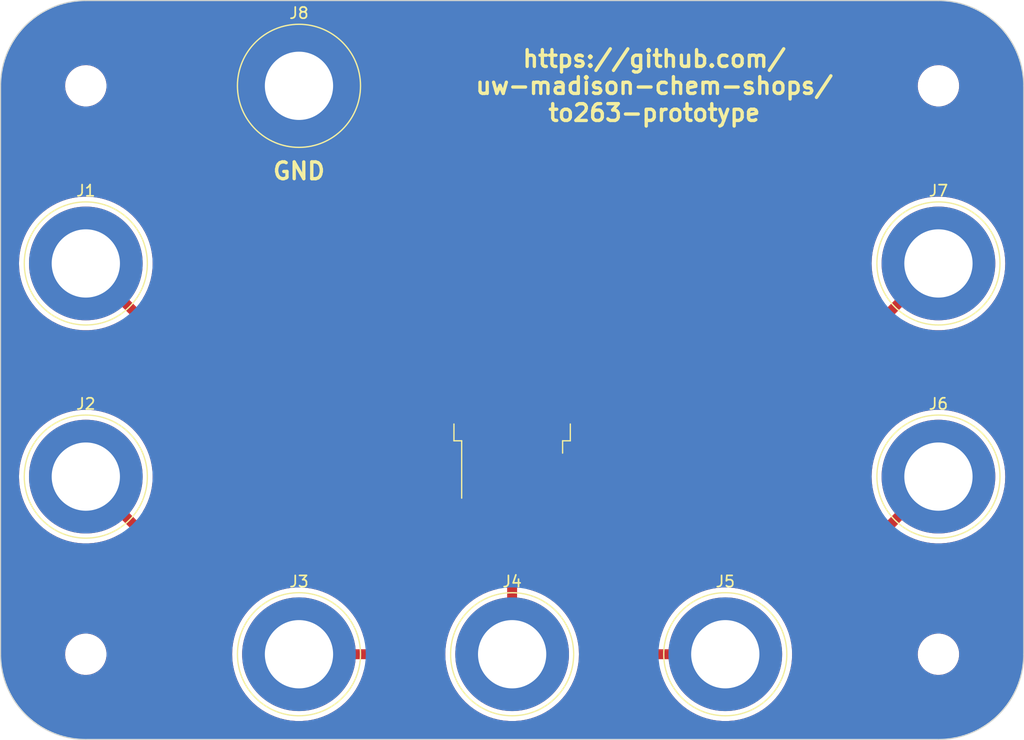
<source format=kicad_pcb>
(kicad_pcb (version 20221018) (generator pcbnew)
  (layers (0 "F.Cu" signal) (31 "B.Cu" signal) (34 "B.Paste" user) (35 "F.Paste" user) (36 "B.SilkS" user "B.Silkscreen") (37 "F.SilkS" user "F.Silkscreen") (38 "B.Mask" user) (39 "F.Mask" user) (44 "Edge.Cuts" user))
  (net 0 "")
  (net 1 "Net-(J1-Pin_1)")
  (net 2 "Net-(J2-Pin_1)")
  (net 3 "Net-(J3-Pin_1)")
  (net 4 "Net-(J4-Pin_1)")
  (net 5 "Net-(J5-Pin_1)")
  (net 6 "Net-(J6-Pin_1)")
  (net 7 "Net-(J7-Pin_1)")
  (net 8 "GND")
  (footprint "MountingHole:MountingHole_3.2mm_M3" (layer "F.Cu") (at 127 101.6)
    (fp_text reference "REF**" hide)
    (fp_text value "MountingHole_3.2mm_M3" hide)
    (pad "" np_thru_hole circle locked (at 0 0) (size 3.2 3.2) (drill 3.2) (layers "F&B.Cu" "*.Mask"))
  )
  (footprint "Connector:Banana_Jack_1Pin" (layer "F.Cu") (at 69.85 50.8)
    (fp_text reference "J8" (at 0 -6.5) (layer "F.SilkS"))
    (fp_text value "Conn_01x01")
    (fp_circle (center 0 0) (end 5.5 0) (stroke (width 0.12)) (fill none) (layer "F.SilkS"))
    (pad "1" thru_hole circle (at 0 0) (size 10.16 10.16) (drill 6.1) (layers "*.Cu" "*.Mask") (net 8 "GND"))
  )
  (footprint "MountingHole:MountingHole_3.2mm_M3" (layer "F.Cu") (at 50.8 101.6)
    (fp_text reference "REF**" hide)
    (fp_text value "MountingHole_3.2mm_M3" hide)
    (pad "" np_thru_hole circle locked (at 0 0) (size 3.2 3.2) (drill 3.2) (layers "F&B.Cu" "*.Mask"))
  )
  (footprint "MountingHole:MountingHole_3.2mm_M3" (layer "F.Cu") (at 50.8 50.8)
    (fp_text reference "REF**" hide)
    (fp_text value "MountingHole_3.2mm_M3" hide)
    (pad "" np_thru_hole circle locked (at 0 0) (size 3.2 3.2) (drill 3.2) (layers "*.Cu" "*.Mask"))
  )
  (footprint "Connector:Banana_Jack_1Pin" (layer "F.Cu") (at 88.9 101.6)
    (fp_text reference "J4" (at 0 -6.5) (layer "F.SilkS"))
    (fp_text value "Conn_01x01")
    (fp_circle (center 0 0) (end 5.5 0) (stroke (width 0.12)) (fill none) (layer "F.SilkS"))
    (pad "1" thru_hole circle (at 0 0) (size 10.16 10.16) (drill 6.1) (layers "*.Cu" "*.Mask") (net 4 "Net-(J4-Pin_1)"))
  )
  (footprint "Connector:Banana_Jack_1Pin" (layer "F.Cu") (at 50.8 66.675)
    (fp_text reference "J1" (at 0 -6.5) (layer "F.SilkS"))
    (fp_text value "Conn_01x01")
    (fp_circle (center 0 0) (end 5.5 0) (stroke (width 0.12)) (fill none) (layer "F.SilkS"))
    (pad "1" thru_hole circle (at 0 0) (size 10.16 10.16) (drill 6.1) (layers "*.Cu" "*.Mask") (net 1 "Net-(J1-Pin_1)"))
  )
  (footprint "Connector:Banana_Jack_1Pin" (layer "F.Cu") (at 69.85 101.6)
    (fp_text reference "J3" (at 0 -6.5) (layer "F.SilkS"))
    (fp_text value "Conn_01x01")
    (fp_circle (center 0 0) (end 5.5 0) (stroke (width 0.12)) (fill none) (layer "F.SilkS"))
    (pad "1" thru_hole circle (at 0 0) (size 10.16 10.16) (drill 6.1) (layers "*.Cu" "*.Mask") (net 3 "Net-(J3-Pin_1)"))
  )
  (footprint "Connector:Banana_Jack_1Pin" (layer "F.Cu") (at 127 85.725)
    (fp_text reference "J6" (at 0 -6.5) (layer "F.SilkS"))
    (fp_text value "Conn_01x01")
    (fp_circle (center 0 0) (end 5.5 0) (stroke (width 0.12)) (fill none) (layer "F.SilkS"))
    (pad "1" thru_hole circle (at 0 0) (size 10.16 10.16) (drill 6.1) (layers "*.Cu" "*.Mask") (net 6 "Net-(J6-Pin_1)"))
  )
  (footprint "footprints:THJP1225AST1" (layer "F.Cu") (at 88.9 66.2178 90)
    (fp_text reference "C1" hide)
    (fp_text value "THJP1225AST1\n")
    (pad "1" smd roundrect (at -1.0922 0 180) (size 6.4008 0.762) (layers "F.Cu" "F.Paste" "F.Mask") (net 4 "Net-(J4-Pin_1)"))
    (pad "2" smd roundrect (at 1.0922 0 180) (size 6.4008 0.762) (layers "F.Cu" "F.Paste" "F.Mask") (net 8 "GND"))
  )
  (footprint "Connector:Banana_Jack_1Pin" (layer "F.Cu") (at 107.95 101.6)
    (fp_text reference "J5" (at 0 -6.5) (layer "F.SilkS"))
    (fp_text value "Conn_01x01")
    (fp_circle (center 0 0) (end 5.5 0) (stroke (width 0.12)) (fill none) (layer "F.SilkS"))
    (pad "1" thru_hole circle (at 0 0) (size 10.16 10.16) (drill 6.1) (layers "*.Cu" "*.Mask") (net 5 "Net-(J5-Pin_1)"))
  )
  (footprint "MountingHole:MountingHole_3.2mm_M3" (layer "F.Cu") (at 127 50.8)
    (fp_text reference "REF**" hide)
    (fp_text value "MountingHole_3.2mm_M3" hide)
    (pad "" np_thru_hole circle locked (at 0 0) (size 3.2 3.2) (drill 3.2) (layers "F&B.Cu" "*.Mask"))
  )
  (footprint "Connector:Banana_Jack_1Pin" (layer "F.Cu") (at 50.8 85.725)
    (fp_text reference "J2" (at 0 -6.5) (layer "F.SilkS"))
    (fp_text value "Conn_01x01")
    (fp_circle (center 0 0) (end 5.5 0) (stroke (width 0.12)) (fill none) (layer "F.SilkS"))
    (pad "1" thru_hole circle (at 0 0) (size 10.16 10.16) (drill 6.1) (layers "*.Cu" "*.Mask") (net 2 "Net-(J2-Pin_1)"))
  )
  (footprint "Connector:Banana_Jack_1Pin" (layer "F.Cu") (at 127 66.675)
    (fp_text reference "J7" (at 0 -6.5) (layer "F.SilkS"))
    (fp_text value "Conn_01x01")
    (fp_circle (center 0 0) (end 5.5 0) (stroke (width 0.12)) (fill none) (layer "F.SilkS"))
    (pad "1" thru_hole circle (at 0 0) (size 10.16 10.16) (drill 6.1) (layers "*.Cu" "*.Mask") (net 7 "Net-(J7-Pin_1)"))
  )
  (footprint "Package_TO_SOT_SMD:TO-263-7_TabPin4" (layer "F.Cu") (at 88.9 77.7 90)
    (fp_text reference "U1" hide)
    (fp_text value "Conn_01x07")
    (fp_line (start -4.825 -5.2) (end -4.825 -4.51) (stroke (width 0.12)) (layer "F.SilkS"))
    (fp_line (start -4.825 -4.51) (end -9.95 -4.51) (stroke (width 0.12)) (layer "F.SilkS"))
    (fp_line (start -4.825 4.51) (end -5.925 4.51) (stroke (width 0.12)) (layer "F.SilkS"))
    (fp_line (start -4.825 5.2) (end -4.825 4.51) (stroke (width 0.12)) (layer "F.SilkS"))
    (fp_line (start -3.325 -5.2) (end -4.825 -5.2) (stroke (width 0.12)) (layer "F.SilkS"))
    (fp_line (start -3.325 5.2) (end -4.825 5.2) (stroke (width 0.12)) (layer "F.SilkS"))
    (pad "1" smd roundrect (at -7.65 -3.81 90) (size 4.6 0.8) (layers "F.Cu" "F.Paste" "F.Mask") (net 1 "Net-(J1-Pin_1)"))
    (pad "2" smd roundrect (at -7.65 -2.54 90) (size 4.6 0.8) (layers "F.Cu" "F.Paste" "F.Mask") (net 2 "Net-(J2-Pin_1)"))
    (pad "3" smd roundrect (at -7.65 -1.27 90) (size 4.6 0.8) (layers "F.Cu" "F.Paste" "F.Mask") (net 3 "Net-(J3-Pin_1)"))
    (pad "4" smd roundrect (at -7.65 0 90) (size 4.6 0.8) (layers "F.Cu" "F.Paste" "F.Mask") (net 4 "Net-(J4-Pin_1)"))
    (pad "4" smd roundrect (at -0.925 -2.775 90) (size 4.55 5.25) (layers "F.Cu" "F.Paste") (roundrect_rratio 0.05494505495) (net 4 "Net-(J4-Pin_1)"))
    (pad "4" smd roundrect (at -0.925 2.775 90) (size 4.55 5.25) (layers "F.Cu" "F.Paste") (roundrect_rratio 0.05494505495) (net 4 "Net-(J4-Pin_1)"))
    (pad "4" smd roundrect (at 1.5 0 90) (size 9.4 10.8) (layers "F.Cu" "F.Mask") (roundrect_rratio 0.02659595745) (net 4 "Net-(J4-Pin_1)"))
    (pad "4" smd roundrect (at 3.925 -2.775 90) (size 4.55 5.25) (layers "F.Cu" "F.Paste") (roundrect_rratio 0.05494505495) (net 4 "Net-(J4-Pin_1)"))
    (pad "4" smd roundrect (at 3.925 2.775 90) (size 4.55 5.25) (layers "F.Cu" "F.Paste") (roundrect_rratio 0.05494505495) (net 4 "Net-(J4-Pin_1)"))
    (pad "5" smd roundrect (at -7.65 1.27 90) (size 4.6 0.8) (layers "F.Cu" "F.Paste" "F.Mask") (net 5 "Net-(J5-Pin_1)"))
    (pad "6" smd roundrect (at -7.65 2.54 90) (size 4.6 0.8) (layers "F.Cu" "F.Paste" "F.Mask") (net 6 "Net-(J6-Pin_1)"))
    (pad "7" smd roundrect (at -7.65 3.81 90) (size 4.6 0.8) (layers "F.Cu" "F.Paste" "F.Mask") (net 7 "Net-(J7-Pin_1)"))
  )
  (gr_line (start 50.8 43.18) (end 127 43.18) (stroke (width 0.1)) (layer "Edge.Cuts"))
  (gr_arc (start 50.8 109.22) (mid 45.411846 106.988154) (end 43.18 101.6) (stroke (width 0.1)) (layer "Edge.Cuts"))
  (gr_line (start 134.62 50.8) (end 134.62 101.6) (stroke (width 0.1)) (layer "Edge.Cuts"))
  (gr_line (start 127 109.22) (end 50.8 109.22) (stroke (width 0.1)) (layer "Edge.Cuts"))
  (gr_line (start 43.18 101.6) (end 43.18 50.8) (stroke (width 0.1)) (layer "Edge.Cuts"))
  (gr_arc (start 134.62 101.6) (mid 132.388154 106.988154) (end 127 109.22) (stroke (width 0.1)) (layer "Edge.Cuts"))
  (gr_arc (start 127 43.18) (mid 132.388154 45.411846) (end 134.62 50.8) (stroke (width 0.1)) (layer "Edge.Cuts"))
  (gr_arc (start 43.18 50.8) (mid 45.411846 45.411846) (end 50.8 43.18) (stroke (width 0.1)) (layer "Edge.Cuts"))
  (gr_text "https://github.com/\nuw-madison-chem-shops/\nto263-prototype" (at 101.6 50.8) (layer "F.SilkS") (effects (font (size 1.5 1.5) (thickness 0.3) bold)))
  (gr_text "GND" (at 69.85 58.42) (layer "F.SilkS") (effects (font (size 1.5 1.5) (thickness 0.3) bold)))
  (segment (start 85.09 87.65) (end 83.84 88.9) (width 0.889) (layer "F.Cu") (net 1))
  (segment (start 73.025 88.9) (end 50.8 66.675) (width 0.889) (layer "F.Cu") (net 1))
  (segment (start 85.09 85.35) (end 85.09 87.65) (width 0.889) (layer "F.Cu") (net 1))
  (segment (start 83.84 88.9) (end 73.025 88.9) (width 0.889) (layer "F.Cu") (net 1))
  (segment (start 56.515 91.44) (end 50.8 85.725) (width 0.889) (layer "F.Cu") (net 2))
  (segment (start 83.82 91.44) (end 56.515 91.44) (width 0.889) (layer "F.Cu") (net 2))
  (segment (start 86.36 85.35) (end 86.36 88.9) (width 0.889) (layer "F.Cu") (net 2))
  (segment (start 86.36 88.9) (end 83.82 91.44) (width 0.889) (layer "F.Cu") (net 2))
  (segment (start 87.63 85.35) (end 87.63 90.17) (width 0.889) (layer "F.Cu") (net 3))
  (segment (start 87.63 90.17) (end 76.2 101.6) (width 0.889) (layer "F.Cu") (net 3))
  (segment (start 76.2 101.6) (end 69.85 101.6) (width 0.889) (layer "F.Cu") (net 3))
  (segment (start 88.9 85.35) (end 88.9 101.6) (width 0.889) (layer "F.Cu") (net 4))
  (segment (start 90.17 85.35) (end 90.17 90.17) (width 0.889) (layer "F.Cu") (net 5))
  (segment (start 101.6 101.6) (end 107.95 101.6) (width 0.889) (layer "F.Cu") (net 5))
  (segment (start 90.17 90.17) (end 101.6 101.6) (width 0.889) (layer "F.Cu") (net 5))
  (segment (start 121.285 91.44) (end 127 85.725) (width 0.889) (layer "F.Cu") (net 6))
  (segment (start 93.98 91.44) (end 121.285 91.44) (width 0.889) (layer "F.Cu") (net 6))
  (segment (start 91.44 88.9) (end 93.98 91.44) (width 0.889) (layer "F.Cu") (net 6))
  (segment (start 91.44 85.35) (end 91.44 88.9) (width 0.889) (layer "F.Cu") (net 6))
  (segment (start 104.775 88.9) (end 127 66.675) (width 0.889) (layer "F.Cu") (net 7))
  (segment (start 92.71 87.63) (end 93.98 88.9) (width 0.889) (layer "F.Cu") (net 7))
  (segment (start 92.71 85.35) (end 92.71 87.63) (width 0.889) (layer "F.Cu") (net 7))
  (segment (start 93.98 88.9) (end 104.775 88.9) (width 0.889) (layer "F.Cu") (net 7))
  (zone (net 8) (net_name "GND") (layer "F.Cu") (priority 1) (connect_pads yes (clearance 0.889)) (min_thickness 0.25) (fill yes (thermal_gap 0.889) (thermal_bridge_width 0.5))
    (polygon (pts (xy 43.18 43.18) (xy 134.62 43.18) (xy 134.62 109.22) (xy 43.18 109.22)))
  )
  (zone (net 4) (net_name "Net-(J4-Pin_1)") (layer "F.Cu") (priority 3) (connect_pads yes (clearance 0.889)) (min_thickness 0.25) (fill yes (thermal_gap 0.5) (thermal_bridge_width 0.5))
    (polygon (pts (xy 82.55 66.675) (xy 95.25 66.675) (xy 95.25 81.28) (xy 82.55 81.28)))
  )
  (zone (net 8) (net_name "GND") (layer "B.Cu") (connect_pads yes (clearance 0.889)) (min_thickness 0.25) (fill yes (thermal_gap 0.5) (thermal_bridge_width 0.5))
    (polygon (pts (xy 43.18 43.18) (xy 134.62 43.18) (xy 134.62 109.22) (xy 43.18 109.22)))
  )
)
</source>
